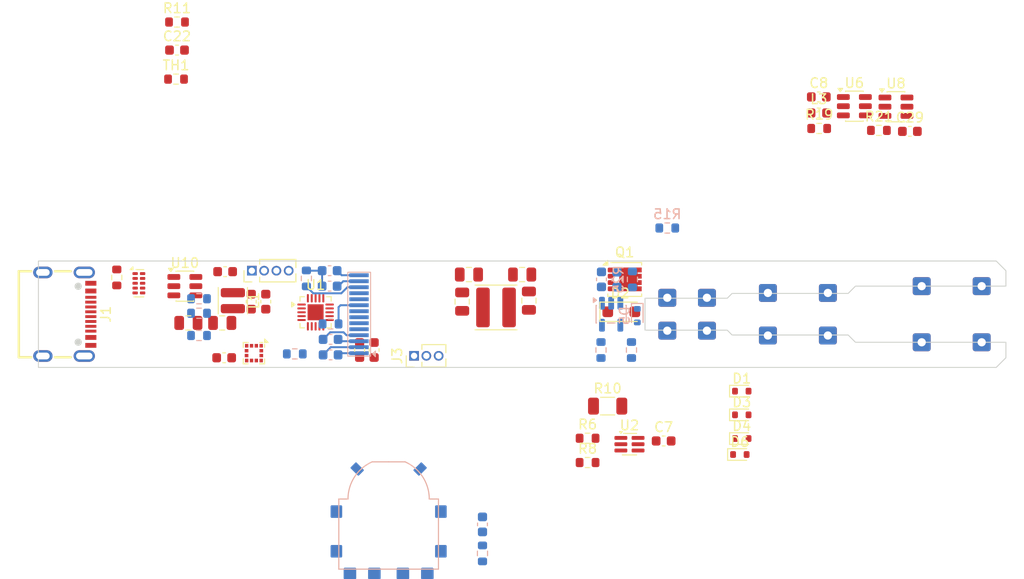
<source format=kicad_pcb>
(kicad_pcb
	(version 20241229)
	(generator "pcbnew")
	(generator_version "9.0")
	(general
		(thickness 1.6)
		(legacy_teardrops no)
	)
	(paper "A4")
	(layers
		(0 "F.Cu" signal)
		(4 "In1.Cu" signal)
		(6 "In2.Cu" signal)
		(2 "B.Cu" signal)
		(9 "F.Adhes" user "F.Adhesive")
		(11 "B.Adhes" user "B.Adhesive")
		(13 "F.Paste" user)
		(15 "B.Paste" user)
		(5 "F.SilkS" user "F.Silkscreen")
		(7 "B.SilkS" user "B.Silkscreen")
		(1 "F.Mask" user)
		(3 "B.Mask" user)
		(17 "Dwgs.User" user "User.Drawings")
		(19 "Cmts.User" user "User.Comments")
		(21 "Eco1.User" user "User.Eco1")
		(23 "Eco2.User" user "User.Eco2")
		(25 "Edge.Cuts" user)
		(27 "Margin" user)
		(31 "F.CrtYd" user "F.Courtyard")
		(29 "B.CrtYd" user "B.Courtyard")
		(35 "F.Fab" user)
		(33 "B.Fab" user)
		(39 "User.1" user)
		(41 "User.2" user)
		(43 "User.3" user)
		(45 "User.4" user)
	)
	(setup
		(stackup
			(layer "F.SilkS"
				(type "Top Silk Screen")
				(color "Black")
			)
			(layer "F.Paste"
				(type "Top Solder Paste")
			)
			(layer "F.Mask"
				(type "Top Solder Mask")
				(color "White")
				(thickness 0.01)
			)
			(layer "F.Cu"
				(type "copper")
				(thickness 0.035)
			)
			(layer "dielectric 1"
				(type "prepreg")
				(thickness 0.1)
				(material "FR4")
				(epsilon_r 4.5)
				(loss_tangent 0.02)
			)
			(layer "In1.Cu"
				(type "copper")
				(thickness 0.035)
			)
			(layer "dielectric 2"
				(type "core")
				(thickness 1.24)
				(material "FR4")
				(epsilon_r 4.5)
				(loss_tangent 0.02)
			)
			(layer "In2.Cu"
				(type "copper")
				(thickness 0.035)
			)
			(layer "dielectric 3"
				(type "prepreg")
				(thickness 0.1)
				(material "FR4")
				(epsilon_r 4.5)
				(loss_tangent 0.02)
			)
			(layer "B.Cu"
				(type "copper")
				(thickness 0.035)
			)
			(layer "B.Mask"
				(type "Bottom Solder Mask")
				(thickness 0.01)
			)
			(layer "B.Paste"
				(type "Bottom Solder Paste")
			)
			(layer "B.SilkS"
				(type "Bottom Silk Screen")
			)
			(copper_finish "None")
			(dielectric_constraints no)
		)
		(pad_to_mask_clearance 0)
		(allow_soldermask_bridges_in_footprints no)
		(tenting front back)
		(grid_origin 100.5 158.2)
		(pcbplotparams
			(layerselection 0x00000000_00000000_55555555_5755f5ff)
			(plot_on_all_layers_selection 0x00000000_00000000_00000000_00000000)
			(disableapertmacros no)
			(usegerberextensions no)
			(usegerberattributes yes)
			(usegerberadvancedattributes yes)
			(creategerberjobfile yes)
			(dashed_line_dash_ratio 12.000000)
			(dashed_line_gap_ratio 3.000000)
			(svgprecision 4)
			(plotframeref no)
			(mode 1)
			(useauxorigin no)
			(hpglpennumber 1)
			(hpglpenspeed 20)
			(hpglpendiameter 15.000000)
			(pdf_front_fp_property_popups yes)
			(pdf_back_fp_property_popups yes)
			(pdf_metadata yes)
			(pdf_single_document no)
			(dxfpolygonmode yes)
			(dxfimperialunits yes)
			(dxfusepcbnewfont yes)
			(psnegative no)
			(psa4output no)
			(plot_black_and_white yes)
			(sketchpadsonfab no)
			(plotpadnumbers no)
			(hidednponfab no)
			(sketchdnponfab yes)
			(crossoutdnponfab yes)
			(subtractmaskfromsilk no)
			(outputformat 1)
			(mirror no)
			(drillshape 1)
			(scaleselection 1)
			(outputdirectory "")
		)
	)
	(net 0 "")
	(net 1 "+3.3V")
	(net 2 "GND")
	(net 3 "VBUS")
	(net 4 "Net-(U10-SW)")
	(net 5 "Net-(U10-BST)")
	(net 6 "/BTN")
	(net 7 "/ENC_B")
	(net 8 "Net-(D3-K)")
	(net 9 "/TC_FB")
	(net 10 "/BOOTSEL")
	(net 11 "Net-(C27-Pad2)")
	(net 12 "/SCL")
	(net 13 "/DISP_NRST")
	(net 14 "/SDA")
	(net 15 "/ENC_A")
	(net 16 "/BLUE")
	(net 17 "Net-(U2-IN-)")
	(net 18 "/D-")
	(net 19 "Net-(D1-A)")
	(net 20 "/HEATER_ON")
	(net 21 "Net-(D5-K)")
	(net 22 "/CC2")
	(net 23 "/CC1")
	(net 24 "/LED_RING")
	(net 25 "/VBUS_FB")
	(net 26 "/CURR_FB")
	(net 27 "unconnected-(U1-PB12-Pad15)")
	(net 28 "unconnected-(U2-REF-Pad1)")
	(net 29 "Net-(J4-Pin_13)")
	(net 30 "Net-(J4-Pin_2)")
	(net 31 "Net-(J4-Pin_1)")
	(net 32 "Net-(J4-Pin_4)")
	(net 33 "Net-(J4-Pin_3)")
	(net 34 "Net-(J4-Pin_14)")
	(net 35 "Net-(U7--)")
	(net 36 "Net-(J1-SHIELD)")
	(net 37 "unconnected-(J4-Pin_6-Pad6)")
	(net 38 "Net-(J4-Pin_12)")
	(net 39 "/RED")
	(net 40 "unconnected-(U5-~{CS}-Pad10)")
	(net 41 "/JDP")
	(net 42 "/JDN")
	(net 43 "unconnected-(U3-NC-Pad6)")
	(net 44 "unconnected-(U3-NC-Pad10)")
	(net 45 "unconnected-(U3-NC-Pad7)")
	(net 46 "unconnected-(U3-NC-Pad9)")
	(net 47 "Net-(J4-Pin_9)")
	(net 48 "unconnected-(U1-PA4-Pad6)")
	(net 49 "/VDRIVE")
	(net 50 "/NTC")
	(net 51 "Net-(D6-K)")
	(net 52 "unconnected-(U5-INT1-Pad5)")
	(net 53 "unconnected-(U5-INT2-Pad6)")
	(net 54 "unconnected-(U11-Pad0)")
	(net 55 "Net-(Q1-D)")
	(net 56 "Net-(Q1-G)")
	(net 57 "unconnected-(U11-Pad0)_1")
	(net 58 "unconnected-(U11-Pad0)_2")
	(net 59 "unconnected-(U11-Pad0)_3")
	(net 60 "unconnected-(U11-Pad0)_4")
	(net 61 "unconnected-(U11-Pad0)_5")
	(net 62 "/VDRIVE_ON")
	(net 63 "Net-(U6-FB)")
	(net 64 "unconnected-(U6-NC-Pad6)")
	(net 65 "unconnected-(U1-PA3-Pad5)")
	(footprint "Capacitor_SMD:C_0603_1608Metric" (layer "F.Cu") (at 165.125 165.8))
	(footprint "Connector_Wire:SolderWire-0.25sqmm_1x01_D0.65mm_OD1.7mm" (layer "F.Cu") (at 182.1 150.5 90))
	(footprint "Capacitor_SMD:C_0603_1608Metric" (layer "F.Cu") (at 122.5 151.4 -90))
	(footprint "Inductor_SMD:L_0603_1608Metric" (layer "F.Cu") (at 181.1625 131.9))
	(footprint "Package_SON:USON-10_2.5x1.0mm_P0.5mm" (layer "F.Cu") (at 110.885 149.5))
	(footprint "Capacitor_SMD:C_0603_1608Metric" (layer "F.Cu") (at 181.1625 130.24))
	(footprint "Connector_Wire:SolderWire-0.25sqmm_1x01_D0.65mm_OD1.7mm" (layer "F.Cu") (at 169.6 154.4 90))
	(footprint "Package_SON:VSON-8_3.3x3.3mm_P0.65mm_NexFET" (layer "F.Cu") (at 161.1 149.1))
	(footprint "Capacitor_SMD:C_0805_2012Metric" (layer "F.Cu") (at 151.2 151.3 90))
	(footprint "Connector_Wire:SolderWire-0.25sqmm_1x01_D0.65mm_OD1.7mm" (layer "F.Cu") (at 198 155.6 90))
	(footprint "Capacitor_SMD:C_0603_1608Metric" (layer "F.Cu") (at 135.2 156.4 -90))
	(footprint "Inductor_SMD:L_Changjiang_FTC252012S" (layer "F.Cu") (at 120.6 151.3 -90))
	(footprint "Connector_Wire:SolderWire-0.25sqmm_1x01_D0.65mm_OD1.7mm" (layer "F.Cu") (at 165.5 151 90))
	(footprint "Resistor_SMD:R_0603_1608Metric" (layer "F.Cu") (at 181.2 133.5))
	(footprint "Capacitor_SMD:C_0805_2012Metric" (layer "F.Cu") (at 150.5 148.6))
	(footprint "Connector_Wire:SolderWire-0.25sqmm_1x01_D0.65mm_OD1.7mm" (layer "F.Cu") (at 191.8 155.6 90))
	(footprint "Capacitor_SMD:C_0603_1608Metric" (layer "F.Cu") (at 190.575 133.8))
	(footprint "Inductor_SMD:L_Changjiang_FTC404030S" (layer "F.Cu") (at 147.8 152))
	(footprint "Connector_Wire:SolderWire-0.25sqmm_1x01_D0.65mm_OD1.7mm" (layer "F.Cu") (at 182.1 154.9 90))
	(footprint "Custom:USB-C-SMD_U263-163N-4GS1735" (layer "F.Cu") (at 103.439427 152.7 -90))
	(footprint "Diode_SMD:D_SOD-523" (layer "F.Cu") (at 173 167.2))
	(footprint "Connector_Wire:SolderWire-0.25sqmm_1x01_D0.65mm_OD1.7mm" (layer "F.Cu") (at 175.9 150.5 90))
	(footprint "Connector_Wire:SolderWire-0.25sqmm_1x01_D0.65mm_OD1.7mm" (layer "F.Cu") (at 175.9 154.9 90))
	(footprint "Resistor_SMD:R_0603_1608Metric" (layer "F.Cu") (at 157.2625 165.52))
	(footprint "Capacitor_SMD:C_0603_1608Metric" (layer "F.Cu") (at 133.7 156.4 -90))
	(footprint "Capacitor_SMD:C_0805_2012Metric" (layer "F.Cu") (at 145 148.6 180))
	(footprint "Package_TO_SOT_SMD:SOT-23-6" (layer "F.Cu") (at 189.1375 131.25))
	(footprint "Diode_SMD:D_SOD-123F" (layer "F.Cu") (at 160.75 152.45))
	(footprint "Connector_PinHeader_1.27mm:PinHeader_1x03_P1.27mm_Vertical" (layer "F.Cu") (at 139.33 157 90))
	(footprint "Capacitor_SMD:C_0805_2012Metric" (layer "F.Cu") (at 144.3 151.4 90))
	(footprint "Capacitor_SMD:C_0805_2012Metric" (layer "F.Cu") (at 119.5 153.6 180))
	(footprint "Diode_SMD:D_SOD-523" (layer "F.Cu") (at 173.2 160.65))
	(footprint "Package_DFN_QFN:QFN-20-1EP_3x3mm_P0.4mm_EP1.65x1.65mm" (layer "F.Cu") (at 129.15 152.5))
	(footprint "Package_LGA:LGA-12_2x2mm_P0.5mm" (layer "F.Cu") (at 122.7775 156.7225 -90))
	(footprint "Connector_Wire:SolderWire-0.25sqmm_1x01_D0.65mm_OD1.7mm" (layer "F.Cu") (at 198 149.8 90))
	(footprint "Connector_PinHeader_1.27mm:PinHeader_1x04_P1.27mm_Vertical" (layer "F.Cu") (at 122.56 148.2 90))
	(footprint "Connector_Wire:SolderWire-0.25sqmm_1x01_D0.65mm_OD1.7mm" (layer "F.Cu") (at 165.5 154.4 90))
	(footprint "Capacitor_SMD:C_0603_1608Metric" (layer "F.Cu") (at 119.7 157.2 180))
	(footprint "Resistor_SMD:R_0603_1608Metric" (layer "F.Cu") (at 157.2625 168.03))
	(footprint "Resistor_SMD:R_0603_1608Metric" (layer "F.Cu") (at 114.825 122.5))
	(footprint "Capacitor_SMD:C_0603_1608Metric" (layer "F.Cu") (at 124 151.4 -90))
	(footprint "Connector_Wire:SolderWire-0.25sqmm_1x01_D0.65mm_OD1.7mm" (layer "F.Cu") (at 169.6 151 90))
	(footprint "Capacitor_SMD:C_0603_1608Metric" (layer "F.Cu") (at 119.8 148.3 180))
	(footprint "Diode_SMD:D_SOD-523" (layer "F.Cu") (at 173.2 163.1))
	(footprint "Package_TO_SOT_SMD:SOT-23-6" (layer "F.Cu") (at 184.8375 131.2))
	(footprint "Connector_Wire:SolderWire-0.25sqmm_1x01_D0.65mm_OD1.7mm" (layer "F.Cu") (at 191.8 149.8 90))
	(footprint "Resistor_SMD:R_0603_1608Metric" (layer "F.Cu") (at 108.6 148.9 -90))
	(footprint "Capacitor_SMD:C_0603_1608Metric"
		(layer "F.Cu")
		(uuid "d0703a9f-927c-4ae6-8fb3-b5e0f6c5e3c0")
		(at 114.825 125.4)
		(descr "Capacitor SMD 0603 (1608 Metric), square (rectangular) end terminal, IPC-7351 nominal, (Body size source: IPC-SM-782 page 76, https://www.pcb-3d.com/wordpress/wp-content/uploads/ipc-sm-782a_amendment_1_and_2.pdf), generated with kicad-footprint-generator")
		(tags "capacitor")
		(property "Reference" "C22"
			(at 0 -1.43 0)
			(layer "F.SilkS")
			(uuid "d586d1b1-f
... [146829 chars truncated]
</source>
